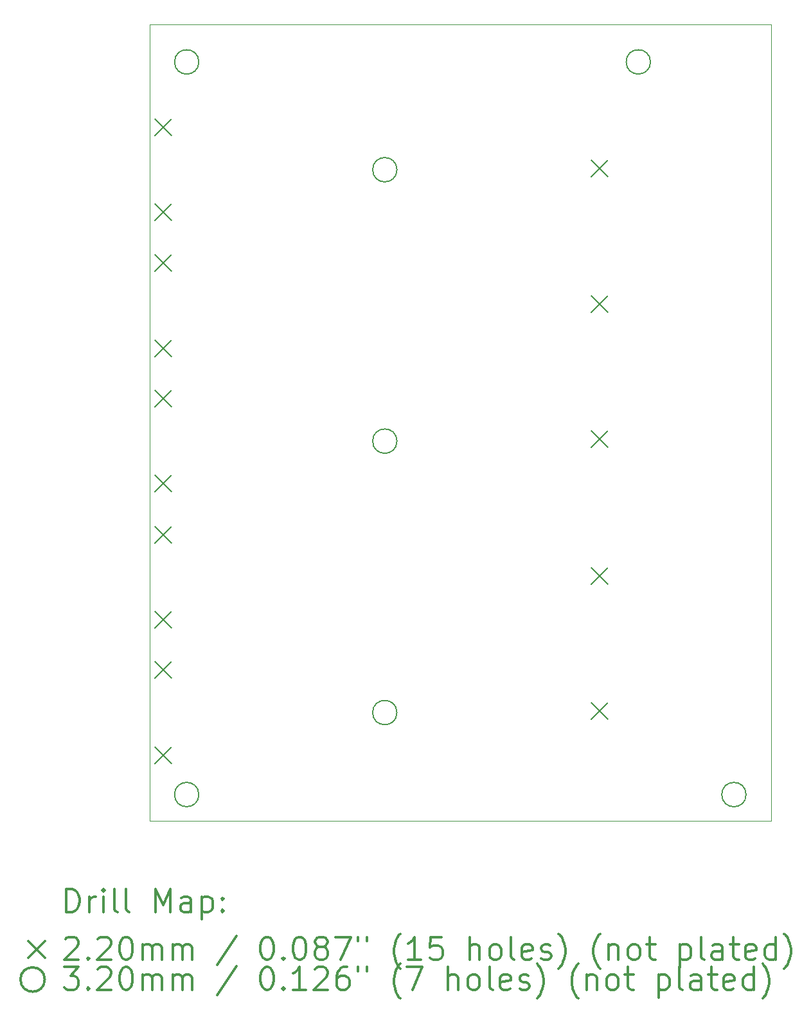
<source format=gbr>
%FSLAX45Y45*%
G04 Gerber Fmt 4.5, Leading zero omitted, Abs format (unit mm)*
G04 Created by KiCad (PCBNEW (5.1.8)-1) date 2021-10-07 22:13:13*
%MOMM*%
%LPD*%
G01*
G04 APERTURE LIST*
%TA.AperFunction,Profile*%
%ADD10C,0.050000*%
%TD*%
%ADD11C,0.200000*%
%ADD12C,0.300000*%
G04 APERTURE END LIST*
D10*
X19410000Y-3720000D02*
X11220000Y-3720000D01*
X11220000Y-14210000D02*
X11220000Y-3720000D01*
X19410000Y-14210000D02*
X19410000Y-3720000D01*
X19410000Y-14210000D02*
X11220000Y-14210000D01*
D11*
X17040000Y-7290000D02*
X17260000Y-7510000D01*
X17260000Y-7290000D02*
X17040000Y-7510000D01*
X11290000Y-9650000D02*
X11510000Y-9870000D01*
X11510000Y-9650000D02*
X11290000Y-9870000D01*
X11290000Y-6750000D02*
X11510000Y-6970000D01*
X11510000Y-6750000D02*
X11290000Y-6970000D01*
X17040000Y-10870000D02*
X17260000Y-11090000D01*
X17260000Y-10870000D02*
X17040000Y-11090000D01*
X11290000Y-10330000D02*
X11510000Y-10550000D01*
X11510000Y-10330000D02*
X11290000Y-10550000D01*
X11290000Y-12110000D02*
X11510000Y-12330000D01*
X11510000Y-12110000D02*
X11290000Y-12330000D01*
X11290000Y-4960000D02*
X11510000Y-5180000D01*
X11510000Y-4960000D02*
X11290000Y-5180000D01*
X17040000Y-9070000D02*
X17260000Y-9290000D01*
X17260000Y-9070000D02*
X17040000Y-9290000D01*
X17040000Y-12650000D02*
X17260000Y-12870000D01*
X17260000Y-12650000D02*
X17040000Y-12870000D01*
X11290000Y-7870000D02*
X11510000Y-8090000D01*
X11510000Y-7870000D02*
X11290000Y-8090000D01*
X11290000Y-6080000D02*
X11510000Y-6300000D01*
X11510000Y-6080000D02*
X11290000Y-6300000D01*
X17040000Y-5500000D02*
X17260000Y-5720000D01*
X17260000Y-5500000D02*
X17040000Y-5720000D01*
X11290000Y-11450000D02*
X11510000Y-11670000D01*
X11510000Y-11450000D02*
X11290000Y-11670000D01*
X11290000Y-13230000D02*
X11510000Y-13450000D01*
X11510000Y-13230000D02*
X11290000Y-13450000D01*
X11290000Y-8530000D02*
X11510000Y-8750000D01*
X11510000Y-8530000D02*
X11290000Y-8750000D01*
X14480000Y-5630000D02*
G75*
G03*
X14480000Y-5630000I-160000J0D01*
G01*
X14480000Y-12780000D02*
G75*
G03*
X14480000Y-12780000I-160000J0D01*
G01*
X11870000Y-13860000D02*
G75*
G03*
X11870000Y-13860000I-160000J0D01*
G01*
X19080000Y-13860000D02*
G75*
G03*
X19080000Y-13860000I-160000J0D01*
G01*
X11870000Y-4210000D02*
G75*
G03*
X11870000Y-4210000I-160000J0D01*
G01*
X14480000Y-9205000D02*
G75*
G03*
X14480000Y-9205000I-160000J0D01*
G01*
X17820000Y-4210000D02*
G75*
G03*
X17820000Y-4210000I-160000J0D01*
G01*
D12*
X10126429Y-15405714D02*
X10126429Y-15105714D01*
X10197857Y-15105714D01*
X10240714Y-15120000D01*
X10269286Y-15148571D01*
X10283571Y-15177143D01*
X10297857Y-15234286D01*
X10297857Y-15277143D01*
X10283571Y-15334286D01*
X10269286Y-15362857D01*
X10240714Y-15391428D01*
X10197857Y-15405714D01*
X10126429Y-15405714D01*
X10426429Y-15405714D02*
X10426429Y-15205714D01*
X10426429Y-15262857D02*
X10440714Y-15234286D01*
X10455000Y-15220000D01*
X10483571Y-15205714D01*
X10512143Y-15205714D01*
X10612143Y-15405714D02*
X10612143Y-15205714D01*
X10612143Y-15105714D02*
X10597857Y-15120000D01*
X10612143Y-15134286D01*
X10626429Y-15120000D01*
X10612143Y-15105714D01*
X10612143Y-15134286D01*
X10797857Y-15405714D02*
X10769286Y-15391428D01*
X10755000Y-15362857D01*
X10755000Y-15105714D01*
X10955000Y-15405714D02*
X10926429Y-15391428D01*
X10912143Y-15362857D01*
X10912143Y-15105714D01*
X11297857Y-15405714D02*
X11297857Y-15105714D01*
X11397857Y-15320000D01*
X11497857Y-15105714D01*
X11497857Y-15405714D01*
X11769286Y-15405714D02*
X11769286Y-15248571D01*
X11755000Y-15220000D01*
X11726428Y-15205714D01*
X11669286Y-15205714D01*
X11640714Y-15220000D01*
X11769286Y-15391428D02*
X11740714Y-15405714D01*
X11669286Y-15405714D01*
X11640714Y-15391428D01*
X11626428Y-15362857D01*
X11626428Y-15334286D01*
X11640714Y-15305714D01*
X11669286Y-15291428D01*
X11740714Y-15291428D01*
X11769286Y-15277143D01*
X11912143Y-15205714D02*
X11912143Y-15505714D01*
X11912143Y-15220000D02*
X11940714Y-15205714D01*
X11997857Y-15205714D01*
X12026428Y-15220000D01*
X12040714Y-15234286D01*
X12055000Y-15262857D01*
X12055000Y-15348571D01*
X12040714Y-15377143D01*
X12026428Y-15391428D01*
X11997857Y-15405714D01*
X11940714Y-15405714D01*
X11912143Y-15391428D01*
X12183571Y-15377143D02*
X12197857Y-15391428D01*
X12183571Y-15405714D01*
X12169286Y-15391428D01*
X12183571Y-15377143D01*
X12183571Y-15405714D01*
X12183571Y-15220000D02*
X12197857Y-15234286D01*
X12183571Y-15248571D01*
X12169286Y-15234286D01*
X12183571Y-15220000D01*
X12183571Y-15248571D01*
X9620000Y-15790000D02*
X9840000Y-16010000D01*
X9840000Y-15790000D02*
X9620000Y-16010000D01*
X10112143Y-15764286D02*
X10126429Y-15750000D01*
X10155000Y-15735714D01*
X10226429Y-15735714D01*
X10255000Y-15750000D01*
X10269286Y-15764286D01*
X10283571Y-15792857D01*
X10283571Y-15821428D01*
X10269286Y-15864286D01*
X10097857Y-16035714D01*
X10283571Y-16035714D01*
X10412143Y-16007143D02*
X10426429Y-16021428D01*
X10412143Y-16035714D01*
X10397857Y-16021428D01*
X10412143Y-16007143D01*
X10412143Y-16035714D01*
X10540714Y-15764286D02*
X10555000Y-15750000D01*
X10583571Y-15735714D01*
X10655000Y-15735714D01*
X10683571Y-15750000D01*
X10697857Y-15764286D01*
X10712143Y-15792857D01*
X10712143Y-15821428D01*
X10697857Y-15864286D01*
X10526429Y-16035714D01*
X10712143Y-16035714D01*
X10897857Y-15735714D02*
X10926429Y-15735714D01*
X10955000Y-15750000D01*
X10969286Y-15764286D01*
X10983571Y-15792857D01*
X10997857Y-15850000D01*
X10997857Y-15921428D01*
X10983571Y-15978571D01*
X10969286Y-16007143D01*
X10955000Y-16021428D01*
X10926429Y-16035714D01*
X10897857Y-16035714D01*
X10869286Y-16021428D01*
X10855000Y-16007143D01*
X10840714Y-15978571D01*
X10826429Y-15921428D01*
X10826429Y-15850000D01*
X10840714Y-15792857D01*
X10855000Y-15764286D01*
X10869286Y-15750000D01*
X10897857Y-15735714D01*
X11126429Y-16035714D02*
X11126429Y-15835714D01*
X11126429Y-15864286D02*
X11140714Y-15850000D01*
X11169286Y-15835714D01*
X11212143Y-15835714D01*
X11240714Y-15850000D01*
X11255000Y-15878571D01*
X11255000Y-16035714D01*
X11255000Y-15878571D02*
X11269286Y-15850000D01*
X11297857Y-15835714D01*
X11340714Y-15835714D01*
X11369286Y-15850000D01*
X11383571Y-15878571D01*
X11383571Y-16035714D01*
X11526428Y-16035714D02*
X11526428Y-15835714D01*
X11526428Y-15864286D02*
X11540714Y-15850000D01*
X11569286Y-15835714D01*
X11612143Y-15835714D01*
X11640714Y-15850000D01*
X11655000Y-15878571D01*
X11655000Y-16035714D01*
X11655000Y-15878571D02*
X11669286Y-15850000D01*
X11697857Y-15835714D01*
X11740714Y-15835714D01*
X11769286Y-15850000D01*
X11783571Y-15878571D01*
X11783571Y-16035714D01*
X12369286Y-15721428D02*
X12112143Y-16107143D01*
X12755000Y-15735714D02*
X12783571Y-15735714D01*
X12812143Y-15750000D01*
X12826428Y-15764286D01*
X12840714Y-15792857D01*
X12855000Y-15850000D01*
X12855000Y-15921428D01*
X12840714Y-15978571D01*
X12826428Y-16007143D01*
X12812143Y-16021428D01*
X12783571Y-16035714D01*
X12755000Y-16035714D01*
X12726428Y-16021428D01*
X12712143Y-16007143D01*
X12697857Y-15978571D01*
X12683571Y-15921428D01*
X12683571Y-15850000D01*
X12697857Y-15792857D01*
X12712143Y-15764286D01*
X12726428Y-15750000D01*
X12755000Y-15735714D01*
X12983571Y-16007143D02*
X12997857Y-16021428D01*
X12983571Y-16035714D01*
X12969286Y-16021428D01*
X12983571Y-16007143D01*
X12983571Y-16035714D01*
X13183571Y-15735714D02*
X13212143Y-15735714D01*
X13240714Y-15750000D01*
X13255000Y-15764286D01*
X13269286Y-15792857D01*
X13283571Y-15850000D01*
X13283571Y-15921428D01*
X13269286Y-15978571D01*
X13255000Y-16007143D01*
X13240714Y-16021428D01*
X13212143Y-16035714D01*
X13183571Y-16035714D01*
X13155000Y-16021428D01*
X13140714Y-16007143D01*
X13126428Y-15978571D01*
X13112143Y-15921428D01*
X13112143Y-15850000D01*
X13126428Y-15792857D01*
X13140714Y-15764286D01*
X13155000Y-15750000D01*
X13183571Y-15735714D01*
X13455000Y-15864286D02*
X13426428Y-15850000D01*
X13412143Y-15835714D01*
X13397857Y-15807143D01*
X13397857Y-15792857D01*
X13412143Y-15764286D01*
X13426428Y-15750000D01*
X13455000Y-15735714D01*
X13512143Y-15735714D01*
X13540714Y-15750000D01*
X13555000Y-15764286D01*
X13569286Y-15792857D01*
X13569286Y-15807143D01*
X13555000Y-15835714D01*
X13540714Y-15850000D01*
X13512143Y-15864286D01*
X13455000Y-15864286D01*
X13426428Y-15878571D01*
X13412143Y-15892857D01*
X13397857Y-15921428D01*
X13397857Y-15978571D01*
X13412143Y-16007143D01*
X13426428Y-16021428D01*
X13455000Y-16035714D01*
X13512143Y-16035714D01*
X13540714Y-16021428D01*
X13555000Y-16007143D01*
X13569286Y-15978571D01*
X13569286Y-15921428D01*
X13555000Y-15892857D01*
X13540714Y-15878571D01*
X13512143Y-15864286D01*
X13669286Y-15735714D02*
X13869286Y-15735714D01*
X13740714Y-16035714D01*
X13969286Y-15735714D02*
X13969286Y-15792857D01*
X14083571Y-15735714D02*
X14083571Y-15792857D01*
X14526428Y-16150000D02*
X14512143Y-16135714D01*
X14483571Y-16092857D01*
X14469286Y-16064286D01*
X14455000Y-16021428D01*
X14440714Y-15950000D01*
X14440714Y-15892857D01*
X14455000Y-15821428D01*
X14469286Y-15778571D01*
X14483571Y-15750000D01*
X14512143Y-15707143D01*
X14526428Y-15692857D01*
X14797857Y-16035714D02*
X14626428Y-16035714D01*
X14712143Y-16035714D02*
X14712143Y-15735714D01*
X14683571Y-15778571D01*
X14655000Y-15807143D01*
X14626428Y-15821428D01*
X15069286Y-15735714D02*
X14926428Y-15735714D01*
X14912143Y-15878571D01*
X14926428Y-15864286D01*
X14955000Y-15850000D01*
X15026428Y-15850000D01*
X15055000Y-15864286D01*
X15069286Y-15878571D01*
X15083571Y-15907143D01*
X15083571Y-15978571D01*
X15069286Y-16007143D01*
X15055000Y-16021428D01*
X15026428Y-16035714D01*
X14955000Y-16035714D01*
X14926428Y-16021428D01*
X14912143Y-16007143D01*
X15440714Y-16035714D02*
X15440714Y-15735714D01*
X15569286Y-16035714D02*
X15569286Y-15878571D01*
X15555000Y-15850000D01*
X15526428Y-15835714D01*
X15483571Y-15835714D01*
X15455000Y-15850000D01*
X15440714Y-15864286D01*
X15755000Y-16035714D02*
X15726428Y-16021428D01*
X15712143Y-16007143D01*
X15697857Y-15978571D01*
X15697857Y-15892857D01*
X15712143Y-15864286D01*
X15726428Y-15850000D01*
X15755000Y-15835714D01*
X15797857Y-15835714D01*
X15826428Y-15850000D01*
X15840714Y-15864286D01*
X15855000Y-15892857D01*
X15855000Y-15978571D01*
X15840714Y-16007143D01*
X15826428Y-16021428D01*
X15797857Y-16035714D01*
X15755000Y-16035714D01*
X16026428Y-16035714D02*
X15997857Y-16021428D01*
X15983571Y-15992857D01*
X15983571Y-15735714D01*
X16255000Y-16021428D02*
X16226428Y-16035714D01*
X16169286Y-16035714D01*
X16140714Y-16021428D01*
X16126428Y-15992857D01*
X16126428Y-15878571D01*
X16140714Y-15850000D01*
X16169286Y-15835714D01*
X16226428Y-15835714D01*
X16255000Y-15850000D01*
X16269286Y-15878571D01*
X16269286Y-15907143D01*
X16126428Y-15935714D01*
X16383571Y-16021428D02*
X16412143Y-16035714D01*
X16469286Y-16035714D01*
X16497857Y-16021428D01*
X16512143Y-15992857D01*
X16512143Y-15978571D01*
X16497857Y-15950000D01*
X16469286Y-15935714D01*
X16426428Y-15935714D01*
X16397857Y-15921428D01*
X16383571Y-15892857D01*
X16383571Y-15878571D01*
X16397857Y-15850000D01*
X16426428Y-15835714D01*
X16469286Y-15835714D01*
X16497857Y-15850000D01*
X16612143Y-16150000D02*
X16626428Y-16135714D01*
X16655000Y-16092857D01*
X16669286Y-16064286D01*
X16683571Y-16021428D01*
X16697857Y-15950000D01*
X16697857Y-15892857D01*
X16683571Y-15821428D01*
X16669286Y-15778571D01*
X16655000Y-15750000D01*
X16626428Y-15707143D01*
X16612143Y-15692857D01*
X17155000Y-16150000D02*
X17140714Y-16135714D01*
X17112143Y-16092857D01*
X17097857Y-16064286D01*
X17083571Y-16021428D01*
X17069286Y-15950000D01*
X17069286Y-15892857D01*
X17083571Y-15821428D01*
X17097857Y-15778571D01*
X17112143Y-15750000D01*
X17140714Y-15707143D01*
X17155000Y-15692857D01*
X17269286Y-15835714D02*
X17269286Y-16035714D01*
X17269286Y-15864286D02*
X17283571Y-15850000D01*
X17312143Y-15835714D01*
X17355000Y-15835714D01*
X17383571Y-15850000D01*
X17397857Y-15878571D01*
X17397857Y-16035714D01*
X17583571Y-16035714D02*
X17555000Y-16021428D01*
X17540714Y-16007143D01*
X17526429Y-15978571D01*
X17526429Y-15892857D01*
X17540714Y-15864286D01*
X17555000Y-15850000D01*
X17583571Y-15835714D01*
X17626429Y-15835714D01*
X17655000Y-15850000D01*
X17669286Y-15864286D01*
X17683571Y-15892857D01*
X17683571Y-15978571D01*
X17669286Y-16007143D01*
X17655000Y-16021428D01*
X17626429Y-16035714D01*
X17583571Y-16035714D01*
X17769286Y-15835714D02*
X17883571Y-15835714D01*
X17812143Y-15735714D02*
X17812143Y-15992857D01*
X17826429Y-16021428D01*
X17855000Y-16035714D01*
X17883571Y-16035714D01*
X18212143Y-15835714D02*
X18212143Y-16135714D01*
X18212143Y-15850000D02*
X18240714Y-15835714D01*
X18297857Y-15835714D01*
X18326429Y-15850000D01*
X18340714Y-15864286D01*
X18355000Y-15892857D01*
X18355000Y-15978571D01*
X18340714Y-16007143D01*
X18326429Y-16021428D01*
X18297857Y-16035714D01*
X18240714Y-16035714D01*
X18212143Y-16021428D01*
X18526429Y-16035714D02*
X18497857Y-16021428D01*
X18483571Y-15992857D01*
X18483571Y-15735714D01*
X18769286Y-16035714D02*
X18769286Y-15878571D01*
X18755000Y-15850000D01*
X18726429Y-15835714D01*
X18669286Y-15835714D01*
X18640714Y-15850000D01*
X18769286Y-16021428D02*
X18740714Y-16035714D01*
X18669286Y-16035714D01*
X18640714Y-16021428D01*
X18626429Y-15992857D01*
X18626429Y-15964286D01*
X18640714Y-15935714D01*
X18669286Y-15921428D01*
X18740714Y-15921428D01*
X18769286Y-15907143D01*
X18869286Y-15835714D02*
X18983571Y-15835714D01*
X18912143Y-15735714D02*
X18912143Y-15992857D01*
X18926429Y-16021428D01*
X18955000Y-16035714D01*
X18983571Y-16035714D01*
X19197857Y-16021428D02*
X19169286Y-16035714D01*
X19112143Y-16035714D01*
X19083571Y-16021428D01*
X19069286Y-15992857D01*
X19069286Y-15878571D01*
X19083571Y-15850000D01*
X19112143Y-15835714D01*
X19169286Y-15835714D01*
X19197857Y-15850000D01*
X19212143Y-15878571D01*
X19212143Y-15907143D01*
X19069286Y-15935714D01*
X19469286Y-16035714D02*
X19469286Y-15735714D01*
X19469286Y-16021428D02*
X19440714Y-16035714D01*
X19383571Y-16035714D01*
X19355000Y-16021428D01*
X19340714Y-16007143D01*
X19326429Y-15978571D01*
X19326429Y-15892857D01*
X19340714Y-15864286D01*
X19355000Y-15850000D01*
X19383571Y-15835714D01*
X19440714Y-15835714D01*
X19469286Y-15850000D01*
X19583571Y-16150000D02*
X19597857Y-16135714D01*
X19626429Y-16092857D01*
X19640714Y-16064286D01*
X19655000Y-16021428D01*
X19669286Y-15950000D01*
X19669286Y-15892857D01*
X19655000Y-15821428D01*
X19640714Y-15778571D01*
X19626429Y-15750000D01*
X19597857Y-15707143D01*
X19583571Y-15692857D01*
X9840000Y-16296000D02*
G75*
G03*
X9840000Y-16296000I-160000J0D01*
G01*
X10097857Y-16131714D02*
X10283571Y-16131714D01*
X10183571Y-16246000D01*
X10226429Y-16246000D01*
X10255000Y-16260286D01*
X10269286Y-16274571D01*
X10283571Y-16303143D01*
X10283571Y-16374571D01*
X10269286Y-16403143D01*
X10255000Y-16417428D01*
X10226429Y-16431714D01*
X10140714Y-16431714D01*
X10112143Y-16417428D01*
X10097857Y-16403143D01*
X10412143Y-16403143D02*
X10426429Y-16417428D01*
X10412143Y-16431714D01*
X10397857Y-16417428D01*
X10412143Y-16403143D01*
X10412143Y-16431714D01*
X10540714Y-16160286D02*
X10555000Y-16146000D01*
X10583571Y-16131714D01*
X10655000Y-16131714D01*
X10683571Y-16146000D01*
X10697857Y-16160286D01*
X10712143Y-16188857D01*
X10712143Y-16217428D01*
X10697857Y-16260286D01*
X10526429Y-16431714D01*
X10712143Y-16431714D01*
X10897857Y-16131714D02*
X10926429Y-16131714D01*
X10955000Y-16146000D01*
X10969286Y-16160286D01*
X10983571Y-16188857D01*
X10997857Y-16246000D01*
X10997857Y-16317428D01*
X10983571Y-16374571D01*
X10969286Y-16403143D01*
X10955000Y-16417428D01*
X10926429Y-16431714D01*
X10897857Y-16431714D01*
X10869286Y-16417428D01*
X10855000Y-16403143D01*
X10840714Y-16374571D01*
X10826429Y-16317428D01*
X10826429Y-16246000D01*
X10840714Y-16188857D01*
X10855000Y-16160286D01*
X10869286Y-16146000D01*
X10897857Y-16131714D01*
X11126429Y-16431714D02*
X11126429Y-16231714D01*
X11126429Y-16260286D02*
X11140714Y-16246000D01*
X11169286Y-16231714D01*
X11212143Y-16231714D01*
X11240714Y-16246000D01*
X11255000Y-16274571D01*
X11255000Y-16431714D01*
X11255000Y-16274571D02*
X11269286Y-16246000D01*
X11297857Y-16231714D01*
X11340714Y-16231714D01*
X11369286Y-16246000D01*
X11383571Y-16274571D01*
X11383571Y-16431714D01*
X11526428Y-16431714D02*
X11526428Y-16231714D01*
X11526428Y-16260286D02*
X11540714Y-16246000D01*
X11569286Y-16231714D01*
X11612143Y-16231714D01*
X11640714Y-16246000D01*
X11655000Y-16274571D01*
X11655000Y-16431714D01*
X11655000Y-16274571D02*
X11669286Y-16246000D01*
X11697857Y-16231714D01*
X11740714Y-16231714D01*
X11769286Y-16246000D01*
X11783571Y-16274571D01*
X11783571Y-16431714D01*
X12369286Y-16117428D02*
X12112143Y-16503143D01*
X12755000Y-16131714D02*
X12783571Y-16131714D01*
X12812143Y-16146000D01*
X12826428Y-16160286D01*
X12840714Y-16188857D01*
X12855000Y-16246000D01*
X12855000Y-16317428D01*
X12840714Y-16374571D01*
X12826428Y-16403143D01*
X12812143Y-16417428D01*
X12783571Y-16431714D01*
X12755000Y-16431714D01*
X12726428Y-16417428D01*
X12712143Y-16403143D01*
X12697857Y-16374571D01*
X12683571Y-16317428D01*
X12683571Y-16246000D01*
X12697857Y-16188857D01*
X12712143Y-16160286D01*
X12726428Y-16146000D01*
X12755000Y-16131714D01*
X12983571Y-16403143D02*
X12997857Y-16417428D01*
X12983571Y-16431714D01*
X12969286Y-16417428D01*
X12983571Y-16403143D01*
X12983571Y-16431714D01*
X13283571Y-16431714D02*
X13112143Y-16431714D01*
X13197857Y-16431714D02*
X13197857Y-16131714D01*
X13169286Y-16174571D01*
X13140714Y-16203143D01*
X13112143Y-16217428D01*
X13397857Y-16160286D02*
X13412143Y-16146000D01*
X13440714Y-16131714D01*
X13512143Y-16131714D01*
X13540714Y-16146000D01*
X13555000Y-16160286D01*
X13569286Y-16188857D01*
X13569286Y-16217428D01*
X13555000Y-16260286D01*
X13383571Y-16431714D01*
X13569286Y-16431714D01*
X13826428Y-16131714D02*
X13769286Y-16131714D01*
X13740714Y-16146000D01*
X13726428Y-16160286D01*
X13697857Y-16203143D01*
X13683571Y-16260286D01*
X13683571Y-16374571D01*
X13697857Y-16403143D01*
X13712143Y-16417428D01*
X13740714Y-16431714D01*
X13797857Y-16431714D01*
X13826428Y-16417428D01*
X13840714Y-16403143D01*
X13855000Y-16374571D01*
X13855000Y-16303143D01*
X13840714Y-16274571D01*
X13826428Y-16260286D01*
X13797857Y-16246000D01*
X13740714Y-16246000D01*
X13712143Y-16260286D01*
X13697857Y-16274571D01*
X13683571Y-16303143D01*
X13969286Y-16131714D02*
X13969286Y-16188857D01*
X14083571Y-16131714D02*
X14083571Y-16188857D01*
X14526428Y-16546000D02*
X14512143Y-16531714D01*
X14483571Y-16488857D01*
X14469286Y-16460286D01*
X14455000Y-16417428D01*
X14440714Y-16346000D01*
X14440714Y-16288857D01*
X14455000Y-16217428D01*
X14469286Y-16174571D01*
X14483571Y-16146000D01*
X14512143Y-16103143D01*
X14526428Y-16088857D01*
X14612143Y-16131714D02*
X14812143Y-16131714D01*
X14683571Y-16431714D01*
X15155000Y-16431714D02*
X15155000Y-16131714D01*
X15283571Y-16431714D02*
X15283571Y-16274571D01*
X15269286Y-16246000D01*
X15240714Y-16231714D01*
X15197857Y-16231714D01*
X15169286Y-16246000D01*
X15155000Y-16260286D01*
X15469286Y-16431714D02*
X15440714Y-16417428D01*
X15426428Y-16403143D01*
X15412143Y-16374571D01*
X15412143Y-16288857D01*
X15426428Y-16260286D01*
X15440714Y-16246000D01*
X15469286Y-16231714D01*
X15512143Y-16231714D01*
X15540714Y-16246000D01*
X15555000Y-16260286D01*
X15569286Y-16288857D01*
X15569286Y-16374571D01*
X15555000Y-16403143D01*
X15540714Y-16417428D01*
X15512143Y-16431714D01*
X15469286Y-16431714D01*
X15740714Y-16431714D02*
X15712143Y-16417428D01*
X15697857Y-16388857D01*
X15697857Y-16131714D01*
X15969286Y-16417428D02*
X15940714Y-16431714D01*
X15883571Y-16431714D01*
X15855000Y-16417428D01*
X15840714Y-16388857D01*
X15840714Y-16274571D01*
X15855000Y-16246000D01*
X15883571Y-16231714D01*
X15940714Y-16231714D01*
X15969286Y-16246000D01*
X15983571Y-16274571D01*
X15983571Y-16303143D01*
X15840714Y-16331714D01*
X16097857Y-16417428D02*
X16126428Y-16431714D01*
X16183571Y-16431714D01*
X16212143Y-16417428D01*
X16226428Y-16388857D01*
X16226428Y-16374571D01*
X16212143Y-16346000D01*
X16183571Y-16331714D01*
X16140714Y-16331714D01*
X16112143Y-16317428D01*
X16097857Y-16288857D01*
X16097857Y-16274571D01*
X16112143Y-16246000D01*
X16140714Y-16231714D01*
X16183571Y-16231714D01*
X16212143Y-16246000D01*
X16326428Y-16546000D02*
X16340714Y-16531714D01*
X16369286Y-16488857D01*
X16383571Y-16460286D01*
X16397857Y-16417428D01*
X16412143Y-16346000D01*
X16412143Y-16288857D01*
X16397857Y-16217428D01*
X16383571Y-16174571D01*
X16369286Y-16146000D01*
X16340714Y-16103143D01*
X16326428Y-16088857D01*
X16869286Y-16546000D02*
X16855000Y-16531714D01*
X16826429Y-16488857D01*
X16812143Y-16460286D01*
X16797857Y-16417428D01*
X16783571Y-16346000D01*
X16783571Y-16288857D01*
X16797857Y-16217428D01*
X16812143Y-16174571D01*
X16826429Y-16146000D01*
X16855000Y-16103143D01*
X16869286Y-16088857D01*
X16983571Y-16231714D02*
X16983571Y-16431714D01*
X16983571Y-16260286D02*
X16997857Y-16246000D01*
X17026429Y-16231714D01*
X17069286Y-16231714D01*
X17097857Y-16246000D01*
X17112143Y-16274571D01*
X17112143Y-16431714D01*
X17297857Y-16431714D02*
X17269286Y-16417428D01*
X17255000Y-16403143D01*
X17240714Y-16374571D01*
X17240714Y-16288857D01*
X17255000Y-16260286D01*
X17269286Y-16246000D01*
X17297857Y-16231714D01*
X17340714Y-16231714D01*
X17369286Y-16246000D01*
X17383571Y-16260286D01*
X17397857Y-16288857D01*
X17397857Y-16374571D01*
X17383571Y-16403143D01*
X17369286Y-16417428D01*
X17340714Y-16431714D01*
X17297857Y-16431714D01*
X17483571Y-16231714D02*
X17597857Y-16231714D01*
X17526429Y-16131714D02*
X17526429Y-16388857D01*
X17540714Y-16417428D01*
X17569286Y-16431714D01*
X17597857Y-16431714D01*
X17926429Y-16231714D02*
X17926429Y-16531714D01*
X17926429Y-16246000D02*
X17955000Y-16231714D01*
X18012143Y-16231714D01*
X18040714Y-16246000D01*
X18055000Y-16260286D01*
X18069286Y-16288857D01*
X18069286Y-16374571D01*
X18055000Y-16403143D01*
X18040714Y-16417428D01*
X18012143Y-16431714D01*
X17955000Y-16431714D01*
X17926429Y-16417428D01*
X18240714Y-16431714D02*
X18212143Y-16417428D01*
X18197857Y-16388857D01*
X18197857Y-16131714D01*
X18483571Y-16431714D02*
X18483571Y-16274571D01*
X18469286Y-16246000D01*
X18440714Y-16231714D01*
X18383571Y-16231714D01*
X18355000Y-16246000D01*
X18483571Y-16417428D02*
X18455000Y-16431714D01*
X18383571Y-16431714D01*
X18355000Y-16417428D01*
X18340714Y-16388857D01*
X18340714Y-16360286D01*
X18355000Y-16331714D01*
X18383571Y-16317428D01*
X18455000Y-16317428D01*
X18483571Y-16303143D01*
X18583571Y-16231714D02*
X18697857Y-16231714D01*
X18626429Y-16131714D02*
X18626429Y-16388857D01*
X18640714Y-16417428D01*
X18669286Y-16431714D01*
X18697857Y-16431714D01*
X18912143Y-16417428D02*
X18883571Y-16431714D01*
X18826429Y-16431714D01*
X18797857Y-16417428D01*
X18783571Y-16388857D01*
X18783571Y-16274571D01*
X18797857Y-16246000D01*
X18826429Y-16231714D01*
X18883571Y-16231714D01*
X18912143Y-16246000D01*
X18926429Y-16274571D01*
X18926429Y-16303143D01*
X18783571Y-16331714D01*
X19183571Y-16431714D02*
X19183571Y-16131714D01*
X19183571Y-16417428D02*
X19155000Y-16431714D01*
X19097857Y-16431714D01*
X19069286Y-16417428D01*
X19055000Y-16403143D01*
X19040714Y-16374571D01*
X19040714Y-16288857D01*
X19055000Y-16260286D01*
X19069286Y-16246000D01*
X19097857Y-16231714D01*
X19155000Y-16231714D01*
X19183571Y-16246000D01*
X19297857Y-16546000D02*
X19312143Y-16531714D01*
X19340714Y-16488857D01*
X19355000Y-16460286D01*
X19369286Y-16417428D01*
X19383571Y-16346000D01*
X19383571Y-16288857D01*
X19369286Y-16217428D01*
X19355000Y-16174571D01*
X19340714Y-16146000D01*
X19312143Y-16103143D01*
X19297857Y-16088857D01*
M02*

</source>
